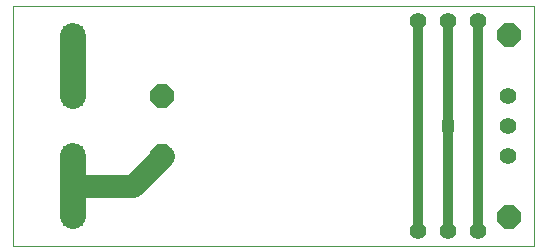
<source format=gtl>
G75*
%MOIN*%
%OFA0B0*%
%FSLAX25Y25*%
%IPPOS*%
%LPD*%
%AMOC8*
5,1,8,0,0,1.08239X$1,22.5*
%
%ADD10C,0.00000*%
%ADD11R,0.07087X0.07087*%
%ADD12OC8,0.07874*%
%ADD13C,0.05600*%
%ADD14C,0.03200*%
%ADD15R,0.03962X0.03962*%
%ADD16C,0.07600*%
%ADD17C,0.08600*%
D10*
X0001250Y0001250D02*
X0001250Y0081211D01*
X0174951Y0081211D01*
X0174951Y0001250D01*
X0001250Y0001250D01*
D11*
X0021250Y0011250D03*
X0021250Y0031250D03*
X0021250Y0051250D03*
X0021250Y0071250D03*
D12*
X0050876Y0051093D03*
X0050876Y0031407D03*
X0166624Y0010935D03*
X0166624Y0071565D03*
D13*
X0156250Y0076250D03*
X0146250Y0076250D03*
X0136250Y0076250D03*
X0166250Y0051250D03*
X0166250Y0041250D03*
X0166250Y0031250D03*
X0156250Y0006250D03*
X0146250Y0006250D03*
X0136250Y0006250D03*
D14*
X0136250Y0076250D01*
X0146250Y0076250D02*
X0146250Y0041250D01*
X0146250Y0006250D01*
X0156250Y0006250D02*
X0156250Y0076250D01*
D15*
X0146250Y0041250D03*
D16*
X0051250Y0031250D02*
X0041250Y0021250D01*
X0021250Y0021250D01*
X0021250Y0031250D01*
D17*
X0021250Y0011250D01*
X0021250Y0051250D02*
X0021250Y0071250D01*
M02*

</source>
